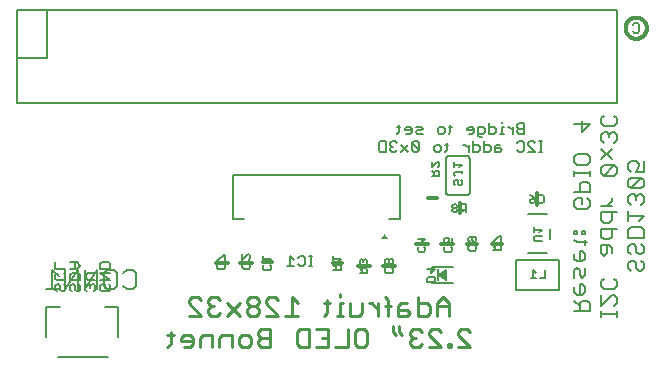
<source format=gbr>
G04 EAGLE Gerber RS-274X export*
G75*
%MOMM*%
%FSLAX34Y34*%
%LPD*%
%INSilkscreen Bottom*%
%IPPOS*%
%AMOC8*
5,1,8,0,0,1.08239X$1,22.5*%
G01*
%ADD10C,0.228600*%
%ADD11C,0.127000*%
%ADD12C,0.203200*%
%ADD13C,0.304800*%
%ADD14C,0.152400*%
%ADD15C,0.177800*%
%ADD16R,0.200000X1.000000*%

G36*
X433895Y77683D02*
X433895Y77683D01*
X433966Y77681D01*
X434035Y77699D01*
X434106Y77708D01*
X434172Y77735D01*
X434241Y77753D01*
X434302Y77790D01*
X434368Y77817D01*
X434424Y77862D01*
X434486Y77899D01*
X434535Y77950D01*
X434590Y77995D01*
X434631Y78054D01*
X434680Y78106D01*
X434713Y78169D01*
X434754Y78227D01*
X434777Y78295D01*
X434810Y78359D01*
X434820Y78418D01*
X434847Y78496D01*
X434853Y78615D01*
X434865Y78690D01*
X434865Y82690D01*
X434855Y82761D01*
X434855Y82833D01*
X434835Y82901D01*
X434825Y82972D01*
X434796Y83037D01*
X434776Y83106D01*
X434738Y83166D01*
X434709Y83231D01*
X434663Y83286D01*
X434625Y83346D01*
X434572Y83394D01*
X434526Y83448D01*
X434466Y83488D01*
X434412Y83535D01*
X434348Y83566D01*
X434289Y83606D01*
X434221Y83627D01*
X434156Y83658D01*
X434086Y83670D01*
X434018Y83691D01*
X433946Y83693D01*
X433876Y83705D01*
X433805Y83697D01*
X433734Y83699D01*
X433664Y83680D01*
X433593Y83672D01*
X433538Y83647D01*
X433459Y83627D01*
X433356Y83566D01*
X433287Y83535D01*
X430287Y81535D01*
X430200Y81458D01*
X430110Y81385D01*
X430095Y81363D01*
X430075Y81345D01*
X430013Y81248D01*
X429946Y81153D01*
X429938Y81127D01*
X429923Y81105D01*
X429891Y80994D01*
X429853Y80884D01*
X429852Y80857D01*
X429845Y80832D01*
X429845Y80716D01*
X429839Y80600D01*
X429845Y80574D01*
X429845Y80547D01*
X429877Y80436D01*
X429903Y80323D01*
X429916Y80300D01*
X429924Y80274D01*
X429986Y80176D01*
X430042Y80075D01*
X430060Y80059D01*
X430075Y80034D01*
X430283Y79849D01*
X430287Y79845D01*
X433287Y77845D01*
X433351Y77814D01*
X433411Y77775D01*
X433479Y77753D01*
X433543Y77722D01*
X433614Y77710D01*
X433682Y77689D01*
X433753Y77687D01*
X433824Y77675D01*
X433895Y77683D01*
G37*
G36*
X384962Y111029D02*
X384962Y111029D01*
X385035Y111033D01*
X385072Y111048D01*
X385111Y111055D01*
X385174Y111093D01*
X385241Y111122D01*
X385270Y111149D01*
X385304Y111170D01*
X385350Y111226D01*
X385403Y111277D01*
X385420Y111313D01*
X385445Y111344D01*
X385469Y111413D01*
X385501Y111479D01*
X385505Y111519D01*
X385517Y111556D01*
X385515Y111629D01*
X385522Y111702D01*
X385512Y111741D01*
X385511Y111781D01*
X385483Y111848D01*
X385464Y111919D01*
X385439Y111957D01*
X385426Y111988D01*
X385397Y112021D01*
X385361Y112075D01*
X382821Y114885D01*
X382743Y114945D01*
X382669Y115008D01*
X382655Y115013D01*
X382643Y115023D01*
X382550Y115052D01*
X382459Y115085D01*
X382443Y115085D01*
X382429Y115089D01*
X382331Y115084D01*
X382234Y115084D01*
X382220Y115078D01*
X382205Y115077D01*
X382115Y115039D01*
X382024Y115004D01*
X382011Y114994D01*
X381999Y114988D01*
X381964Y114955D01*
X381879Y114885D01*
X379339Y112075D01*
X379301Y112013D01*
X379255Y111956D01*
X379242Y111919D01*
X379221Y111885D01*
X379206Y111813D01*
X379183Y111744D01*
X379184Y111704D01*
X379176Y111665D01*
X379187Y111593D01*
X379189Y111519D01*
X379204Y111483D01*
X379210Y111443D01*
X379246Y111379D01*
X379274Y111312D01*
X379300Y111282D01*
X379320Y111248D01*
X379376Y111200D01*
X379425Y111146D01*
X379460Y111128D01*
X379491Y111102D01*
X379559Y111077D01*
X379625Y111043D01*
X379670Y111037D01*
X379701Y111025D01*
X379746Y111025D01*
X379810Y111016D01*
X384890Y111016D01*
X384962Y111029D01*
G37*
D10*
X437214Y46228D02*
X437214Y56566D01*
X432045Y61735D01*
X426876Y56566D01*
X426876Y46228D01*
X426876Y53982D02*
X437214Y53982D01*
X410504Y61735D02*
X410504Y46228D01*
X418258Y46228D01*
X420842Y48813D01*
X420842Y53982D01*
X418258Y56566D01*
X410504Y56566D01*
X401886Y56566D02*
X396717Y56566D01*
X394133Y53982D01*
X394133Y46228D01*
X401886Y46228D01*
X404471Y48813D01*
X401886Y51397D01*
X394133Y51397D01*
X385515Y46228D02*
X385515Y59151D01*
X382930Y61735D01*
X382930Y53982D02*
X388099Y53982D01*
X377185Y56566D02*
X377185Y46228D01*
X377185Y51397D02*
X372016Y56566D01*
X369431Y56566D01*
X363542Y56566D02*
X363542Y48813D01*
X360957Y46228D01*
X353204Y46228D01*
X353204Y56566D01*
X347170Y56566D02*
X344586Y56566D01*
X344586Y46228D01*
X347170Y46228D02*
X342001Y46228D01*
X344586Y61735D02*
X344586Y64320D01*
X333671Y59151D02*
X333671Y48813D01*
X331087Y46228D01*
X331087Y56566D02*
X336256Y56566D01*
X308970Y56566D02*
X303801Y61735D01*
X303801Y46228D01*
X308970Y46228D02*
X298632Y46228D01*
X292598Y46228D02*
X282260Y46228D01*
X292598Y46228D02*
X282260Y56566D01*
X282260Y59151D01*
X284845Y61735D01*
X290014Y61735D01*
X292598Y59151D01*
X276227Y59151D02*
X273642Y61735D01*
X268473Y61735D01*
X265889Y59151D01*
X265889Y56566D01*
X268473Y53982D01*
X265889Y51397D01*
X265889Y48813D01*
X268473Y46228D01*
X273642Y46228D01*
X276227Y48813D01*
X276227Y51397D01*
X273642Y53982D01*
X276227Y56566D01*
X276227Y59151D01*
X273642Y53982D02*
X268473Y53982D01*
X259855Y56566D02*
X249517Y46228D01*
X259855Y46228D02*
X249517Y56566D01*
X243484Y59151D02*
X240899Y61735D01*
X235730Y61735D01*
X233146Y59151D01*
X233146Y56566D01*
X235730Y53982D01*
X238315Y53982D01*
X235730Y53982D02*
X233146Y51397D01*
X233146Y48813D01*
X235730Y46228D01*
X240899Y46228D01*
X243484Y48813D01*
X227112Y46228D02*
X216774Y46228D01*
X227112Y46228D02*
X216774Y56566D01*
X216774Y59151D01*
X219359Y61735D01*
X224528Y61735D01*
X227112Y59151D01*
X444612Y19558D02*
X454950Y19558D01*
X444612Y29896D01*
X444612Y32481D01*
X447196Y35065D01*
X452365Y35065D01*
X454950Y32481D01*
X438578Y22143D02*
X438578Y19558D01*
X438578Y22143D02*
X435994Y22143D01*
X435994Y19558D01*
X438578Y19558D01*
X430392Y19558D02*
X420054Y19558D01*
X430392Y19558D02*
X420054Y29896D01*
X420054Y32481D01*
X422639Y35065D01*
X427808Y35065D01*
X430392Y32481D01*
X414021Y32481D02*
X411436Y35065D01*
X406267Y35065D01*
X403683Y32481D01*
X403683Y29896D01*
X406267Y27312D01*
X408852Y27312D01*
X406267Y27312D02*
X403683Y24727D01*
X403683Y22143D01*
X406267Y19558D01*
X411436Y19558D01*
X414021Y22143D01*
X395065Y32481D02*
X395065Y37650D01*
X395065Y32481D02*
X397649Y29896D01*
X389896Y32481D02*
X389896Y37650D01*
X389896Y32481D02*
X392480Y29896D01*
X365050Y35065D02*
X359881Y35065D01*
X365050Y35065D02*
X367635Y32481D01*
X367635Y22143D01*
X365050Y19558D01*
X359881Y19558D01*
X357297Y22143D01*
X357297Y32481D01*
X359881Y35065D01*
X351263Y35065D02*
X351263Y19558D01*
X340925Y19558D01*
X334892Y35065D02*
X324553Y35065D01*
X334892Y35065D02*
X334892Y19558D01*
X324553Y19558D01*
X329723Y27312D02*
X334892Y27312D01*
X318520Y35065D02*
X318520Y19558D01*
X310766Y19558D01*
X308182Y22143D01*
X308182Y32481D01*
X310766Y35065D01*
X318520Y35065D01*
X285777Y35065D02*
X285777Y19558D01*
X285777Y35065D02*
X278023Y35065D01*
X275439Y32481D01*
X275439Y29896D01*
X278023Y27312D01*
X275439Y24727D01*
X275439Y22143D01*
X278023Y19558D01*
X285777Y19558D01*
X285777Y27312D02*
X278023Y27312D01*
X266821Y19558D02*
X261652Y19558D01*
X259067Y22143D01*
X259067Y27312D01*
X261652Y29896D01*
X266821Y29896D01*
X269405Y27312D01*
X269405Y22143D01*
X266821Y19558D01*
X253034Y19558D02*
X253034Y29896D01*
X245280Y29896D01*
X242696Y27312D01*
X242696Y19558D01*
X236662Y19558D02*
X236662Y29896D01*
X228909Y29896D01*
X226324Y27312D01*
X226324Y19558D01*
X217706Y19558D02*
X212537Y19558D01*
X217706Y19558D02*
X220291Y22143D01*
X220291Y27312D01*
X217706Y29896D01*
X212537Y29896D01*
X209953Y27312D01*
X209953Y24727D01*
X220291Y24727D01*
X201335Y22143D02*
X201335Y32481D01*
X201335Y22143D02*
X198750Y19558D01*
X198750Y29896D02*
X203919Y29896D01*
D11*
X500487Y200025D02*
X500487Y208923D01*
X496038Y208923D01*
X494555Y207440D01*
X494555Y205957D01*
X496038Y204474D01*
X494555Y202991D01*
X494555Y201508D01*
X496038Y200025D01*
X500487Y200025D01*
X500487Y204474D02*
X496038Y204474D01*
X491131Y205957D02*
X491131Y200025D01*
X491131Y202991D02*
X488166Y205957D01*
X486683Y205957D01*
X483335Y205957D02*
X481853Y205957D01*
X481853Y200025D01*
X483335Y200025D02*
X480370Y200025D01*
X481853Y208923D02*
X481853Y210406D01*
X471167Y208923D02*
X471167Y200025D01*
X475616Y200025D01*
X477099Y201508D01*
X477099Y204474D01*
X475616Y205957D01*
X471167Y205957D01*
X464778Y197059D02*
X463295Y197059D01*
X461812Y198542D01*
X461812Y205957D01*
X466261Y205957D01*
X467743Y204474D01*
X467743Y201508D01*
X466261Y200025D01*
X461812Y200025D01*
X456905Y200025D02*
X453939Y200025D01*
X456905Y200025D02*
X458388Y201508D01*
X458388Y204474D01*
X456905Y205957D01*
X453939Y205957D01*
X452457Y204474D01*
X452457Y202991D01*
X458388Y202991D01*
X438195Y201508D02*
X438195Y207440D01*
X438195Y201508D02*
X436712Y200025D01*
X436712Y205957D02*
X439678Y205957D01*
X431958Y200025D02*
X428992Y200025D01*
X427509Y201508D01*
X427509Y204474D01*
X428992Y205957D01*
X431958Y205957D01*
X433441Y204474D01*
X433441Y201508D01*
X431958Y200025D01*
X414731Y200025D02*
X410282Y200025D01*
X408799Y201508D01*
X410282Y202991D01*
X413248Y202991D01*
X414731Y204474D01*
X413248Y205957D01*
X408799Y205957D01*
X403893Y200025D02*
X400927Y200025D01*
X403893Y200025D02*
X405376Y201508D01*
X405376Y204474D01*
X403893Y205957D01*
X400927Y205957D01*
X399444Y204474D01*
X399444Y202991D01*
X405376Y202991D01*
X394537Y201508D02*
X394537Y207440D01*
X394537Y201508D02*
X393055Y200025D01*
X393055Y205957D02*
X396020Y205957D01*
X513113Y184785D02*
X516079Y184785D01*
X514596Y184785D02*
X514596Y193683D01*
X516079Y193683D02*
X513113Y193683D01*
X509842Y184785D02*
X503910Y184785D01*
X509842Y184785D02*
X503910Y190717D01*
X503910Y192200D01*
X505393Y193683D01*
X508359Y193683D01*
X509842Y192200D01*
X496038Y193683D02*
X494555Y192200D01*
X496038Y193683D02*
X499004Y193683D01*
X500487Y192200D01*
X500487Y186268D01*
X499004Y184785D01*
X496038Y184785D01*
X494555Y186268D01*
X480293Y190717D02*
X477327Y190717D01*
X475845Y189234D01*
X475845Y184785D01*
X480293Y184785D01*
X481776Y186268D01*
X480293Y187751D01*
X475845Y187751D01*
X466489Y184785D02*
X466489Y193683D01*
X466489Y184785D02*
X470938Y184785D01*
X472421Y186268D01*
X472421Y189234D01*
X470938Y190717D01*
X466489Y190717D01*
X457134Y193683D02*
X457134Y184785D01*
X461583Y184785D01*
X463066Y186268D01*
X463066Y189234D01*
X461583Y190717D01*
X457134Y190717D01*
X453711Y190717D02*
X453711Y184785D01*
X453711Y187751D02*
X450745Y190717D01*
X449262Y190717D01*
X435077Y192200D02*
X435077Y186268D01*
X433594Y184785D01*
X433594Y190717D02*
X436560Y190717D01*
X428840Y184785D02*
X425874Y184785D01*
X424391Y186268D01*
X424391Y189234D01*
X425874Y190717D01*
X428840Y190717D01*
X430323Y189234D01*
X430323Y186268D01*
X428840Y184785D01*
X411612Y186268D02*
X411612Y192200D01*
X410129Y193683D01*
X407164Y193683D01*
X405681Y192200D01*
X405681Y186268D01*
X407164Y184785D01*
X410129Y184785D01*
X411612Y186268D01*
X405681Y192200D01*
X402257Y190717D02*
X396325Y184785D01*
X402257Y184785D02*
X396325Y190717D01*
X392902Y192200D02*
X391419Y193683D01*
X388453Y193683D01*
X386970Y192200D01*
X386970Y190717D01*
X388453Y189234D01*
X389936Y189234D01*
X388453Y189234D02*
X386970Y187751D01*
X386970Y186268D01*
X388453Y184785D01*
X391419Y184785D01*
X392902Y186268D01*
X383547Y184785D02*
X383547Y193683D01*
X383547Y184785D02*
X379098Y184785D01*
X377615Y186268D01*
X377615Y192200D01*
X379098Y193683D01*
X383547Y193683D01*
X137803Y68158D02*
X136320Y66675D01*
X137803Y68158D02*
X137803Y71124D01*
X136320Y72607D01*
X134837Y72607D01*
X133354Y71124D01*
X133354Y69641D01*
X133354Y71124D02*
X131871Y72607D01*
X130388Y72607D01*
X128905Y71124D01*
X128905Y68158D01*
X130388Y66675D01*
X131871Y76030D02*
X137803Y76030D01*
X131871Y76030D02*
X128905Y78996D01*
X131871Y81962D01*
X137803Y81962D01*
X149020Y72607D02*
X150503Y71124D01*
X150503Y68158D01*
X149020Y66675D01*
X143088Y66675D01*
X141605Y68158D01*
X141605Y71124D01*
X143088Y72607D01*
X146054Y72607D01*
X146054Y69641D01*
X141605Y76030D02*
X150503Y76030D01*
X141605Y81962D01*
X150503Y81962D01*
X150503Y85385D02*
X141605Y85385D01*
X141605Y89834D01*
X143088Y91317D01*
X149020Y91317D01*
X150503Y89834D01*
X150503Y85385D01*
X125103Y71124D02*
X123620Y72607D01*
X125103Y71124D02*
X125103Y68158D01*
X123620Y66675D01*
X122137Y66675D01*
X120654Y68158D01*
X120654Y71124D01*
X119171Y72607D01*
X117688Y72607D01*
X116205Y71124D01*
X116205Y68158D01*
X117688Y66675D01*
X116205Y76030D02*
X125103Y76030D01*
X116205Y76030D02*
X116205Y80479D01*
X117688Y81962D01*
X123620Y81962D01*
X125103Y80479D01*
X125103Y76030D01*
X122137Y85385D02*
X116205Y85385D01*
X122137Y85385D02*
X125103Y88351D01*
X122137Y91317D01*
X116205Y91317D01*
X120654Y91317D02*
X120654Y85385D01*
X110920Y72607D02*
X112403Y71124D01*
X112403Y68158D01*
X110920Y66675D01*
X109437Y66675D01*
X107954Y68158D01*
X107954Y71124D01*
X106471Y72607D01*
X104988Y72607D01*
X103505Y71124D01*
X103505Y68158D01*
X104988Y66675D01*
X112403Y80479D02*
X110920Y81962D01*
X112403Y80479D02*
X112403Y77513D01*
X110920Y76030D01*
X104988Y76030D01*
X103505Y77513D01*
X103505Y80479D01*
X104988Y81962D01*
X103505Y85385D02*
X112403Y85385D01*
X103505Y85385D02*
X103505Y91317D01*
D12*
X600042Y92794D02*
X602245Y90591D01*
X602245Y86184D01*
X600042Y83981D01*
X597839Y83981D01*
X595636Y86184D01*
X595636Y90591D01*
X593432Y92794D01*
X591229Y92794D01*
X589026Y90591D01*
X589026Y86184D01*
X591229Y83981D01*
X602245Y104624D02*
X600042Y106827D01*
X602245Y104624D02*
X602245Y100217D01*
X600042Y98014D01*
X597839Y98014D01*
X595636Y100217D01*
X595636Y104624D01*
X593432Y106827D01*
X591229Y106827D01*
X589026Y104624D01*
X589026Y100217D01*
X591229Y98014D01*
X589026Y112047D02*
X602245Y112047D01*
X589026Y112047D02*
X589026Y118656D01*
X591229Y120860D01*
X600042Y120860D01*
X602245Y118656D01*
X602245Y112047D01*
X597839Y126080D02*
X602245Y130486D01*
X589026Y130486D01*
X589026Y126080D02*
X589026Y134892D01*
X600042Y140112D02*
X602245Y142316D01*
X602245Y146722D01*
X600042Y148925D01*
X597839Y148925D01*
X595636Y146722D01*
X595636Y144519D01*
X595636Y146722D02*
X593432Y148925D01*
X591229Y148925D01*
X589026Y146722D01*
X589026Y142316D01*
X591229Y140112D01*
X591229Y154145D02*
X600042Y154145D01*
X602245Y156348D01*
X602245Y160755D01*
X600042Y162958D01*
X591229Y162958D01*
X589026Y160755D01*
X589026Y156348D01*
X591229Y154145D01*
X600042Y162958D01*
X602245Y168178D02*
X602245Y176991D01*
X602245Y168178D02*
X595636Y168178D01*
X597839Y172584D01*
X597839Y174788D01*
X595636Y176991D01*
X591229Y176991D01*
X589026Y174788D01*
X589026Y170381D01*
X591229Y168178D01*
X566166Y49797D02*
X566166Y45391D01*
X566166Y47594D02*
X579385Y47594D01*
X579385Y45391D02*
X579385Y49797D01*
X566166Y54746D02*
X566166Y63559D01*
X566166Y54746D02*
X574979Y63559D01*
X577182Y63559D01*
X579385Y61356D01*
X579385Y56949D01*
X577182Y54746D01*
X579385Y75389D02*
X577182Y77592D01*
X579385Y75389D02*
X579385Y70982D01*
X577182Y68779D01*
X568369Y68779D01*
X566166Y70982D01*
X566166Y75389D01*
X568369Y77592D01*
X574979Y99048D02*
X574979Y103454D01*
X572776Y105657D01*
X566166Y105657D01*
X566166Y99048D01*
X568369Y96845D01*
X570572Y99048D01*
X570572Y105657D01*
X566166Y119690D02*
X579385Y119690D01*
X566166Y119690D02*
X566166Y113081D01*
X568369Y110877D01*
X572776Y110877D01*
X574979Y113081D01*
X574979Y119690D01*
X579385Y133723D02*
X566166Y133723D01*
X566166Y127113D01*
X568369Y124910D01*
X572776Y124910D01*
X574979Y127113D01*
X574979Y133723D01*
X574979Y138943D02*
X566166Y138943D01*
X570572Y138943D02*
X574979Y143349D01*
X574979Y145553D01*
X577182Y164670D02*
X568369Y164670D01*
X577182Y164670D02*
X579385Y166873D01*
X579385Y171279D01*
X577182Y173483D01*
X568369Y173483D01*
X566166Y171279D01*
X566166Y166873D01*
X568369Y164670D01*
X577182Y173483D01*
X574979Y178702D02*
X566166Y187515D01*
X566166Y178702D02*
X574979Y187515D01*
X577182Y192735D02*
X579385Y194938D01*
X579385Y199345D01*
X577182Y201548D01*
X574979Y201548D01*
X572776Y199345D01*
X572776Y197142D01*
X572776Y199345D02*
X570572Y201548D01*
X568369Y201548D01*
X566166Y199345D01*
X566166Y194938D01*
X568369Y192735D01*
X579385Y213378D02*
X577182Y215581D01*
X579385Y213378D02*
X579385Y208971D01*
X577182Y206768D01*
X568369Y206768D01*
X566166Y208971D01*
X566166Y213378D01*
X568369Y215581D01*
X556525Y50069D02*
X543306Y50069D01*
X556525Y50069D02*
X556525Y56678D01*
X554322Y58881D01*
X549916Y58881D01*
X547712Y56678D01*
X547712Y50069D01*
X547712Y54475D02*
X543306Y58881D01*
X543306Y66305D02*
X543306Y70711D01*
X543306Y66305D02*
X545509Y64101D01*
X549916Y64101D01*
X552119Y66305D01*
X552119Y70711D01*
X549916Y72914D01*
X547712Y72914D01*
X547712Y64101D01*
X543306Y78134D02*
X543306Y84744D01*
X545509Y86947D01*
X547712Y84744D01*
X547712Y80337D01*
X549916Y78134D01*
X552119Y80337D01*
X552119Y86947D01*
X543306Y94370D02*
X543306Y98777D01*
X543306Y94370D02*
X545509Y92167D01*
X549916Y92167D01*
X552119Y94370D01*
X552119Y98777D01*
X549916Y100980D01*
X547712Y100980D01*
X547712Y92167D01*
X545509Y108403D02*
X554322Y108403D01*
X545509Y108403D02*
X543306Y110606D01*
X552119Y110606D02*
X552119Y106200D01*
X552119Y115555D02*
X552119Y117758D01*
X549916Y117758D01*
X549916Y115555D01*
X552119Y115555D01*
X545509Y115555D02*
X545509Y117758D01*
X543306Y117758D01*
X543306Y115555D01*
X545509Y115555D01*
X556525Y143214D02*
X554322Y145417D01*
X556525Y143214D02*
X556525Y138807D01*
X554322Y136604D01*
X545509Y136604D01*
X543306Y138807D01*
X543306Y143214D01*
X545509Y145417D01*
X549916Y145417D01*
X549916Y141011D01*
X543306Y150637D02*
X556525Y150637D01*
X556525Y157247D01*
X554322Y159450D01*
X549916Y159450D01*
X547712Y157247D01*
X547712Y150637D01*
X543306Y164670D02*
X543306Y169076D01*
X543306Y166873D02*
X556525Y166873D01*
X556525Y164670D02*
X556525Y169076D01*
X556525Y176228D02*
X556525Y180634D01*
X556525Y176228D02*
X554322Y174025D01*
X545509Y174025D01*
X543306Y176228D01*
X543306Y180634D01*
X545509Y182838D01*
X554322Y182838D01*
X556525Y180634D01*
X556525Y208700D02*
X543306Y208700D01*
X549916Y202090D02*
X556525Y208700D01*
X549916Y210903D02*
X549916Y202090D01*
D13*
X270510Y91060D02*
X260350Y91060D01*
D14*
X267762Y90530D02*
X268864Y89429D01*
X268864Y87225D01*
X267762Y86124D01*
X263356Y86124D01*
X262254Y87225D01*
X262254Y89429D01*
X263356Y90530D01*
X262254Y93608D02*
X262254Y98014D01*
X262254Y93608D02*
X266660Y98014D01*
X267762Y98014D01*
X268864Y96913D01*
X268864Y94709D01*
X267762Y93608D01*
D12*
X71374Y264160D02*
X71374Y304800D01*
X71374Y264160D02*
X71374Y226060D01*
X579374Y226060D01*
X579374Y304800D02*
X96774Y304800D01*
X71374Y304800D01*
X579374Y304800D02*
X579374Y226060D01*
X96774Y264160D02*
X71374Y264160D01*
X96774Y264160D02*
X96774Y304800D01*
D15*
X318461Y88139D02*
X321257Y88139D01*
X319859Y88139D02*
X319859Y96528D01*
X321257Y96528D02*
X318461Y96528D01*
X310826Y96528D02*
X309427Y95130D01*
X310826Y96528D02*
X313622Y96528D01*
X315020Y95130D01*
X315020Y89537D01*
X313622Y88139D01*
X310826Y88139D01*
X309427Y89537D01*
X305665Y93732D02*
X302869Y96528D01*
X302869Y88139D01*
X305665Y88139D02*
X300072Y88139D01*
D13*
X338855Y90550D02*
X346855Y90550D01*
D14*
X345529Y84854D02*
X338919Y84854D01*
X345529Y84854D02*
X345529Y88159D01*
X344427Y89260D01*
X342224Y89260D01*
X341122Y88159D01*
X341122Y84854D01*
X341122Y87057D02*
X338919Y89260D01*
X343325Y92338D02*
X345529Y94541D01*
X338919Y94541D01*
X338919Y92338D02*
X338919Y96744D01*
D13*
X586650Y289560D02*
X586653Y289780D01*
X586661Y290001D01*
X586674Y290221D01*
X586693Y290440D01*
X586718Y290659D01*
X586747Y290878D01*
X586782Y291095D01*
X586823Y291312D01*
X586868Y291528D01*
X586919Y291742D01*
X586975Y291955D01*
X587037Y292167D01*
X587103Y292377D01*
X587175Y292585D01*
X587252Y292792D01*
X587334Y292996D01*
X587420Y293199D01*
X587512Y293399D01*
X587609Y293598D01*
X587710Y293793D01*
X587817Y293986D01*
X587928Y294177D01*
X588043Y294364D01*
X588163Y294549D01*
X588288Y294731D01*
X588417Y294909D01*
X588551Y295085D01*
X588688Y295257D01*
X588830Y295425D01*
X588976Y295591D01*
X589126Y295752D01*
X589280Y295910D01*
X589438Y296064D01*
X589599Y296214D01*
X589765Y296360D01*
X589933Y296502D01*
X590105Y296639D01*
X590281Y296773D01*
X590459Y296902D01*
X590641Y297027D01*
X590826Y297147D01*
X591013Y297262D01*
X591204Y297373D01*
X591397Y297480D01*
X591592Y297581D01*
X591791Y297678D01*
X591991Y297770D01*
X592194Y297856D01*
X592398Y297938D01*
X592605Y298015D01*
X592813Y298087D01*
X593023Y298153D01*
X593235Y298215D01*
X593448Y298271D01*
X593662Y298322D01*
X593878Y298367D01*
X594095Y298408D01*
X594312Y298443D01*
X594531Y298472D01*
X594750Y298497D01*
X594969Y298516D01*
X595189Y298529D01*
X595410Y298537D01*
X595630Y298540D01*
X595850Y298537D01*
X596071Y298529D01*
X596291Y298516D01*
X596510Y298497D01*
X596729Y298472D01*
X596948Y298443D01*
X597165Y298408D01*
X597382Y298367D01*
X597598Y298322D01*
X597812Y298271D01*
X598025Y298215D01*
X598237Y298153D01*
X598447Y298087D01*
X598655Y298015D01*
X598862Y297938D01*
X599066Y297856D01*
X599269Y297770D01*
X599469Y297678D01*
X599668Y297581D01*
X599863Y297480D01*
X600056Y297373D01*
X600247Y297262D01*
X600434Y297147D01*
X600619Y297027D01*
X600801Y296902D01*
X600979Y296773D01*
X601155Y296639D01*
X601327Y296502D01*
X601495Y296360D01*
X601661Y296214D01*
X601822Y296064D01*
X601980Y295910D01*
X602134Y295752D01*
X602284Y295591D01*
X602430Y295425D01*
X602572Y295257D01*
X602709Y295085D01*
X602843Y294909D01*
X602972Y294731D01*
X603097Y294549D01*
X603217Y294364D01*
X603332Y294177D01*
X603443Y293986D01*
X603550Y293793D01*
X603651Y293598D01*
X603748Y293399D01*
X603840Y293199D01*
X603926Y292996D01*
X604008Y292792D01*
X604085Y292585D01*
X604157Y292377D01*
X604223Y292167D01*
X604285Y291955D01*
X604341Y291742D01*
X604392Y291528D01*
X604437Y291312D01*
X604478Y291095D01*
X604513Y290878D01*
X604542Y290659D01*
X604567Y290440D01*
X604586Y290221D01*
X604599Y290001D01*
X604607Y289780D01*
X604610Y289560D01*
X604607Y289340D01*
X604599Y289119D01*
X604586Y288899D01*
X604567Y288680D01*
X604542Y288461D01*
X604513Y288242D01*
X604478Y288025D01*
X604437Y287808D01*
X604392Y287592D01*
X604341Y287378D01*
X604285Y287165D01*
X604223Y286953D01*
X604157Y286743D01*
X604085Y286535D01*
X604008Y286328D01*
X603926Y286124D01*
X603840Y285921D01*
X603748Y285721D01*
X603651Y285522D01*
X603550Y285327D01*
X603443Y285134D01*
X603332Y284943D01*
X603217Y284756D01*
X603097Y284571D01*
X602972Y284389D01*
X602843Y284211D01*
X602709Y284035D01*
X602572Y283863D01*
X602430Y283695D01*
X602284Y283529D01*
X602134Y283368D01*
X601980Y283210D01*
X601822Y283056D01*
X601661Y282906D01*
X601495Y282760D01*
X601327Y282618D01*
X601155Y282481D01*
X600979Y282347D01*
X600801Y282218D01*
X600619Y282093D01*
X600434Y281973D01*
X600247Y281858D01*
X600056Y281747D01*
X599863Y281640D01*
X599668Y281539D01*
X599469Y281442D01*
X599269Y281350D01*
X599066Y281264D01*
X598862Y281182D01*
X598655Y281105D01*
X598447Y281033D01*
X598237Y280967D01*
X598025Y280905D01*
X597812Y280849D01*
X597598Y280798D01*
X597382Y280753D01*
X597165Y280712D01*
X596948Y280677D01*
X596729Y280648D01*
X596510Y280623D01*
X596291Y280604D01*
X596071Y280591D01*
X595850Y280583D01*
X595630Y280580D01*
X595410Y280583D01*
X595189Y280591D01*
X594969Y280604D01*
X594750Y280623D01*
X594531Y280648D01*
X594312Y280677D01*
X594095Y280712D01*
X593878Y280753D01*
X593662Y280798D01*
X593448Y280849D01*
X593235Y280905D01*
X593023Y280967D01*
X592813Y281033D01*
X592605Y281105D01*
X592398Y281182D01*
X592194Y281264D01*
X591991Y281350D01*
X591791Y281442D01*
X591592Y281539D01*
X591397Y281640D01*
X591204Y281747D01*
X591013Y281858D01*
X590826Y281973D01*
X590641Y282093D01*
X590459Y282218D01*
X590281Y282347D01*
X590105Y282481D01*
X589933Y282618D01*
X589765Y282760D01*
X589599Y282906D01*
X589438Y283056D01*
X589280Y283210D01*
X589126Y283368D01*
X588976Y283529D01*
X588830Y283695D01*
X588688Y283863D01*
X588551Y284035D01*
X588417Y284211D01*
X588288Y284389D01*
X588163Y284571D01*
X588043Y284756D01*
X587928Y284943D01*
X587817Y285134D01*
X587710Y285327D01*
X587609Y285522D01*
X587512Y285721D01*
X587420Y285921D01*
X587334Y286124D01*
X587252Y286328D01*
X587175Y286535D01*
X587103Y286743D01*
X587037Y286953D01*
X586975Y287165D01*
X586919Y287378D01*
X586868Y287592D01*
X586823Y287808D01*
X586782Y288025D01*
X586747Y288242D01*
X586718Y288461D01*
X586693Y288680D01*
X586674Y288899D01*
X586661Y289119D01*
X586653Y289340D01*
X586650Y289560D01*
D12*
X592747Y292275D02*
X594103Y293631D01*
X596814Y293631D01*
X598170Y292275D01*
X598170Y286852D01*
X596814Y285496D01*
X594103Y285496D01*
X592747Y286852D01*
D13*
X370439Y88010D02*
X360279Y88010D01*
D14*
X361335Y81934D02*
X367945Y81934D01*
X367945Y85239D01*
X366843Y86340D01*
X364640Y86340D01*
X363538Y85239D01*
X363538Y81934D01*
X363538Y84137D02*
X361335Y86340D01*
X366843Y89418D02*
X367945Y90519D01*
X367945Y92723D01*
X366843Y93824D01*
X365741Y93824D01*
X364640Y92723D01*
X364640Y91621D01*
X364640Y92723D02*
X363538Y93824D01*
X362437Y93824D01*
X361335Y92723D01*
X361335Y90519D01*
X362437Y89418D01*
D13*
X249800Y91060D02*
X239640Y91060D01*
D14*
X246290Y90258D02*
X247392Y89157D01*
X247392Y86954D01*
X246290Y85852D01*
X241884Y85852D01*
X240782Y86954D01*
X240782Y89157D01*
X241884Y90258D01*
X247392Y93336D02*
X247392Y97743D01*
X246290Y97743D01*
X241884Y93336D01*
X240782Y93336D01*
D13*
X380900Y88010D02*
X391060Y88010D01*
D14*
X389542Y85727D02*
X388440Y86828D01*
X389542Y85727D02*
X389542Y83524D01*
X388440Y82422D01*
X384034Y82422D01*
X382932Y83524D01*
X382932Y85727D01*
X384034Y86828D01*
X388440Y89906D02*
X389542Y91008D01*
X389542Y93211D01*
X388440Y94313D01*
X387338Y94313D01*
X386237Y93211D01*
X385135Y94313D01*
X384034Y94313D01*
X382932Y93211D01*
X382932Y91008D01*
X384034Y89906D01*
X385135Y89906D01*
X386237Y91008D01*
X387338Y89906D01*
X388440Y89906D01*
X386237Y91008D02*
X386237Y93211D01*
D11*
X385950Y127680D02*
X395950Y127680D01*
X395950Y165180D01*
X253950Y165180D01*
X253950Y127680D01*
X263950Y127680D01*
D12*
X504040Y98860D02*
X520040Y98860D01*
X520040Y131860D02*
X504040Y131860D01*
X522540Y119360D02*
X522540Y111360D01*
D14*
X515602Y109232D02*
X510094Y109232D01*
X508992Y110334D01*
X508992Y112537D01*
X510094Y113638D01*
X515602Y113638D01*
X513398Y116716D02*
X515602Y118919D01*
X508992Y118919D01*
X508992Y116716D02*
X508992Y121123D01*
D13*
X481760Y106863D02*
X473760Y106863D01*
D14*
X474204Y101547D02*
X480814Y101547D01*
X480814Y104852D01*
X479712Y105953D01*
X477509Y105953D01*
X476407Y104852D01*
X476407Y101547D01*
X476407Y103750D02*
X474204Y105953D01*
X480814Y109031D02*
X480814Y113437D01*
X479712Y113437D01*
X475306Y109031D01*
X474204Y109031D01*
D13*
X446630Y133400D02*
X446630Y141400D01*
D14*
X451768Y140482D02*
X451768Y133872D01*
X451768Y140482D02*
X448463Y140482D01*
X447362Y139380D01*
X447362Y137177D01*
X448463Y136075D01*
X451768Y136075D01*
X449565Y136075D02*
X447362Y133872D01*
X444284Y139380D02*
X443182Y140482D01*
X440979Y140482D01*
X439877Y139380D01*
X439877Y138278D01*
X440979Y137177D01*
X439877Y136075D01*
X439877Y134974D01*
X440979Y133872D01*
X443182Y133872D01*
X444284Y134974D01*
X444284Y136075D01*
X443182Y137177D01*
X444284Y138278D01*
X444284Y139380D01*
X443182Y137177D02*
X440979Y137177D01*
D13*
X419200Y106863D02*
X409040Y106863D01*
D14*
X416072Y104683D02*
X417174Y103582D01*
X417174Y101378D01*
X416072Y100277D01*
X411666Y100277D01*
X410564Y101378D01*
X410564Y103582D01*
X411666Y104683D01*
X410564Y111066D02*
X417174Y111066D01*
X413869Y107761D01*
X413869Y112167D01*
D13*
X430209Y106863D02*
X440369Y106863D01*
D14*
X438511Y104683D02*
X439613Y103582D01*
X439613Y101378D01*
X438511Y100277D01*
X434105Y100277D01*
X433003Y101378D01*
X433003Y103582D01*
X434105Y104683D01*
X439613Y107761D02*
X439613Y112167D01*
X439613Y107761D02*
X436308Y107761D01*
X437410Y109964D01*
X437410Y111066D01*
X436308Y112167D01*
X434105Y112167D01*
X433003Y111066D01*
X433003Y108862D01*
X434105Y107761D01*
D13*
X512040Y139800D02*
X512040Y149960D01*
D14*
X513863Y148242D02*
X512762Y147140D01*
X513863Y148242D02*
X516066Y148242D01*
X517168Y147140D01*
X517168Y142734D01*
X516066Y141632D01*
X513863Y141632D01*
X512762Y142734D01*
X507481Y147140D02*
X505277Y148242D01*
X507481Y147140D02*
X509684Y144937D01*
X509684Y142734D01*
X508582Y141632D01*
X506379Y141632D01*
X505277Y142734D01*
X505277Y143835D01*
X506379Y144937D01*
X509684Y144937D01*
D13*
X460503Y106863D02*
X452503Y106863D01*
D14*
X458963Y105681D02*
X460064Y104580D01*
X460064Y102377D01*
X458963Y101275D01*
X454556Y101275D01*
X453455Y102377D01*
X453455Y104580D01*
X454556Y105681D01*
X454556Y108759D02*
X453455Y109861D01*
X453455Y112064D01*
X454556Y113166D01*
X458963Y113166D01*
X460064Y112064D01*
X460064Y109861D01*
X458963Y108759D01*
X457861Y108759D01*
X456760Y109861D01*
X456760Y113166D01*
D12*
X493625Y93390D02*
X530455Y93390D01*
X493625Y93390D02*
X493625Y67990D01*
X530455Y67990D01*
X530455Y93390D01*
D14*
X518166Y84924D02*
X518166Y78314D01*
X513760Y78314D01*
X510682Y82720D02*
X508479Y84924D01*
X508479Y78314D01*
X510682Y78314D02*
X506276Y78314D01*
D12*
X440580Y73690D02*
X423120Y73690D01*
X423120Y87690D02*
X440580Y87690D01*
X434850Y76690D02*
X428850Y80690D01*
X434850Y76690D02*
X434850Y84690D01*
X428850Y80690D01*
D16*
X427850Y80690D03*
D14*
X425374Y74644D02*
X418764Y74644D01*
X418764Y77949D01*
X419866Y79050D01*
X424272Y79050D01*
X425374Y77949D01*
X425374Y74644D01*
X425374Y85433D02*
X418764Y85433D01*
X422069Y82128D02*
X425374Y85433D01*
X422069Y86534D02*
X422069Y82128D01*
D13*
X287210Y91440D02*
X279210Y91440D01*
D14*
X285162Y89260D02*
X286264Y88159D01*
X286264Y85955D01*
X285162Y84854D01*
X280756Y84854D01*
X279654Y85955D01*
X279654Y88159D01*
X280756Y89260D01*
X284060Y92338D02*
X286264Y94541D01*
X279654Y94541D01*
X279654Y92338D02*
X279654Y96744D01*
D12*
X434340Y151130D02*
X434340Y179070D01*
X452120Y181610D02*
X452220Y181608D01*
X452319Y181602D01*
X452419Y181592D01*
X452517Y181579D01*
X452616Y181561D01*
X452713Y181540D01*
X452809Y181515D01*
X452905Y181486D01*
X452999Y181453D01*
X453092Y181417D01*
X453183Y181377D01*
X453273Y181333D01*
X453361Y181286D01*
X453447Y181236D01*
X453531Y181182D01*
X453613Y181125D01*
X453692Y181065D01*
X453770Y181001D01*
X453844Y180935D01*
X453916Y180866D01*
X453985Y180794D01*
X454051Y180720D01*
X454115Y180642D01*
X454175Y180563D01*
X454232Y180481D01*
X454286Y180397D01*
X454336Y180311D01*
X454383Y180223D01*
X454427Y180133D01*
X454467Y180042D01*
X454503Y179949D01*
X454536Y179855D01*
X454565Y179759D01*
X454590Y179663D01*
X454611Y179566D01*
X454629Y179467D01*
X454642Y179369D01*
X454652Y179269D01*
X454658Y179170D01*
X454660Y179070D01*
X454660Y151130D02*
X454658Y151030D01*
X454652Y150931D01*
X454642Y150831D01*
X454629Y150733D01*
X454611Y150634D01*
X454590Y150537D01*
X454565Y150441D01*
X454536Y150345D01*
X454503Y150251D01*
X454467Y150158D01*
X454427Y150067D01*
X454383Y149977D01*
X454336Y149889D01*
X454286Y149803D01*
X454232Y149719D01*
X454175Y149637D01*
X454115Y149558D01*
X454051Y149480D01*
X453985Y149406D01*
X453916Y149334D01*
X453844Y149265D01*
X453770Y149199D01*
X453692Y149135D01*
X453613Y149075D01*
X453531Y149018D01*
X453447Y148964D01*
X453361Y148914D01*
X453273Y148867D01*
X453183Y148823D01*
X453092Y148783D01*
X452999Y148747D01*
X452905Y148714D01*
X452809Y148685D01*
X452713Y148660D01*
X452616Y148639D01*
X452517Y148621D01*
X452419Y148608D01*
X452319Y148598D01*
X452220Y148592D01*
X452120Y148590D01*
X436880Y148590D02*
X436780Y148592D01*
X436681Y148598D01*
X436581Y148608D01*
X436483Y148621D01*
X436384Y148639D01*
X436287Y148660D01*
X436191Y148685D01*
X436095Y148714D01*
X436001Y148747D01*
X435908Y148783D01*
X435817Y148823D01*
X435727Y148867D01*
X435639Y148914D01*
X435553Y148964D01*
X435469Y149018D01*
X435387Y149075D01*
X435308Y149135D01*
X435230Y149199D01*
X435156Y149265D01*
X435084Y149334D01*
X435015Y149406D01*
X434949Y149480D01*
X434885Y149558D01*
X434825Y149637D01*
X434768Y149719D01*
X434714Y149803D01*
X434664Y149889D01*
X434617Y149977D01*
X434573Y150067D01*
X434533Y150158D01*
X434497Y150251D01*
X434464Y150345D01*
X434435Y150441D01*
X434410Y150537D01*
X434389Y150634D01*
X434371Y150733D01*
X434358Y150831D01*
X434348Y150931D01*
X434342Y151030D01*
X434340Y151130D01*
X434340Y179070D02*
X434342Y179170D01*
X434348Y179269D01*
X434358Y179369D01*
X434371Y179467D01*
X434389Y179566D01*
X434410Y179663D01*
X434435Y179759D01*
X434464Y179855D01*
X434497Y179949D01*
X434533Y180042D01*
X434573Y180133D01*
X434617Y180223D01*
X434664Y180311D01*
X434714Y180397D01*
X434768Y180481D01*
X434825Y180563D01*
X434885Y180642D01*
X434949Y180720D01*
X435015Y180794D01*
X435084Y180866D01*
X435156Y180935D01*
X435230Y181001D01*
X435308Y181065D01*
X435387Y181125D01*
X435469Y181182D01*
X435553Y181236D01*
X435639Y181286D01*
X435727Y181333D01*
X435817Y181377D01*
X435908Y181417D01*
X436001Y181453D01*
X436095Y181486D01*
X436191Y181515D01*
X436287Y181540D01*
X436384Y181561D01*
X436483Y181579D01*
X436581Y181592D01*
X436681Y181602D01*
X436780Y181608D01*
X436880Y181610D01*
X452120Y181610D01*
X452120Y148590D02*
X436880Y148590D01*
X454660Y151130D02*
X454660Y179070D01*
D14*
X446960Y161378D02*
X448062Y160277D01*
X448062Y158074D01*
X446960Y156972D01*
X445858Y156972D01*
X444757Y158074D01*
X444757Y160277D01*
X443655Y161378D01*
X442554Y161378D01*
X441452Y160277D01*
X441452Y158074D01*
X442554Y156972D01*
X442554Y164456D02*
X441452Y165558D01*
X441452Y166659D01*
X442554Y167761D01*
X448062Y167761D01*
X448062Y166659D02*
X448062Y168863D01*
X445858Y171940D02*
X448062Y174144D01*
X441452Y174144D01*
X441452Y176347D02*
X441452Y171940D01*
D13*
X426910Y146050D02*
X418910Y146050D01*
D14*
X422402Y164592D02*
X429012Y164592D01*
X429012Y167897D01*
X427910Y168998D01*
X425707Y168998D01*
X424605Y167897D01*
X424605Y164592D01*
X424605Y166795D02*
X422402Y168998D01*
X422402Y172076D02*
X422402Y176483D01*
X426808Y176483D02*
X422402Y172076D01*
X426808Y176483D02*
X427910Y176483D01*
X429012Y175381D01*
X429012Y173178D01*
X427910Y172076D01*
X157000Y53890D02*
X157000Y27890D01*
X157000Y53890D02*
X146000Y53890D01*
X108000Y53890D02*
X96000Y53890D01*
X96000Y27890D01*
X106000Y10890D02*
X148000Y10890D01*
X161391Y82210D02*
X164103Y84922D01*
X169526Y84922D01*
X172238Y82210D01*
X172238Y71364D01*
X169526Y68652D01*
X164103Y68652D01*
X161391Y71364D01*
X153155Y84922D02*
X147732Y84922D01*
X153155Y84922D02*
X155866Y82210D01*
X155866Y71364D01*
X153155Y68652D01*
X147732Y68652D01*
X145020Y71364D01*
X145020Y82210D01*
X147732Y84922D01*
X139495Y84922D02*
X139495Y68652D01*
X128648Y68652D02*
X139495Y84922D01*
X128648Y84922D02*
X128648Y68652D01*
X123123Y68652D02*
X123123Y84922D01*
X112277Y68652D01*
X112277Y84922D01*
X106752Y79499D02*
X101328Y84922D01*
X101328Y68652D01*
X95905Y68652D02*
X106752Y68652D01*
M02*

</source>
